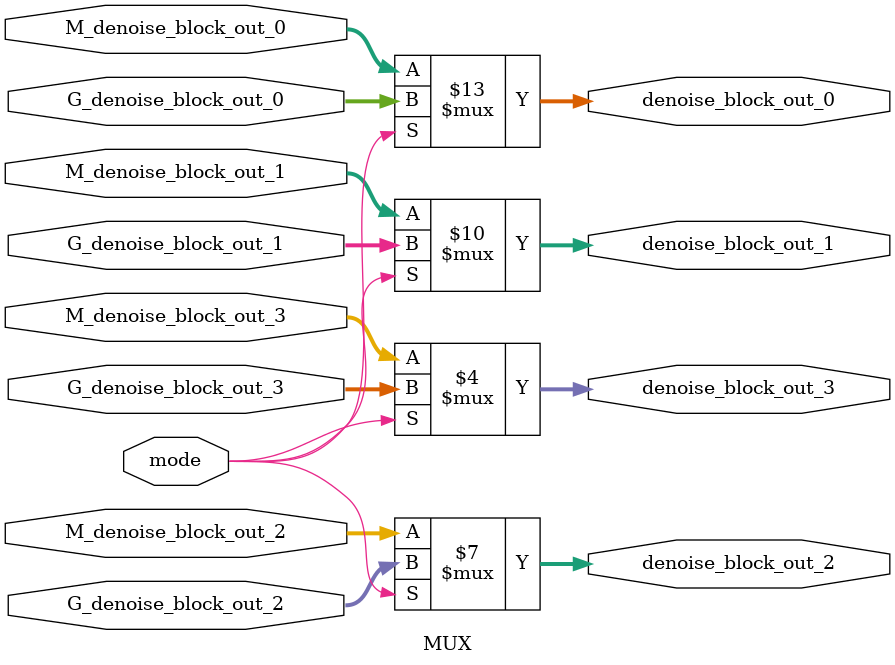
<source format=v>
module MUX #(
	parameter BITWIDTH = 8
)(
    input mode, // 0: median , 1: gaussian
    input [BITWIDTH*9-1:0] M_denoise_block_out_0, M_denoise_block_out_1, M_denoise_block_out_2, M_denoise_block_out_3,
    input [BITWIDTH*9-1:0] G_denoise_block_out_0, G_denoise_block_out_1, G_denoise_block_out_2, G_denoise_block_out_3, 
    output reg [BITWIDTH*9-1:0] denoise_block_out_0, denoise_block_out_1, denoise_block_out_2, denoise_block_out_3
);

always @(*) begin
    if(!mode) begin
        denoise_block_out_0 = M_denoise_block_out_0;
        denoise_block_out_1 = M_denoise_block_out_1;
        denoise_block_out_2 = M_denoise_block_out_2;
        denoise_block_out_3 = M_denoise_block_out_3;

    end
    else begin
        denoise_block_out_0 = G_denoise_block_out_0;
        denoise_block_out_1 = G_denoise_block_out_1;
        denoise_block_out_2 = G_denoise_block_out_2;
        denoise_block_out_3 = G_denoise_block_out_3;
    end
end

endmodule
</source>
